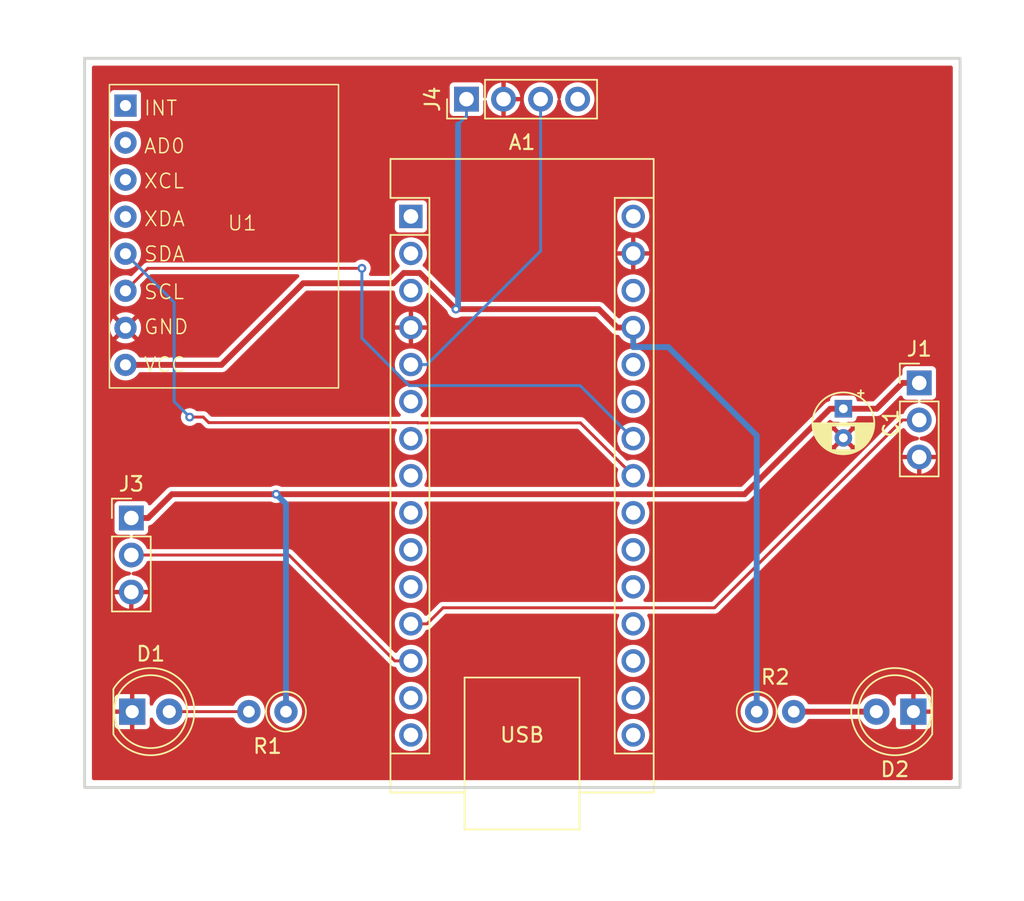
<source format=kicad_pcb>
(kicad_pcb (version 20240108) (generator "pcbnew") (generator_version "8.0")
  (layers (0 "F.Cu" signal) (31 "B.Cu" signal) (34 "B.Paste" user) (35 "F.Paste" user) (36 "B.SilkS" user "B.Silkscreen") (37 "F.SilkS" user "F.Silkscreen") (38 "B.Mask" user) (39 "F.Mask" user) (44 "Edge.Cuts" user))
  (net 0 "")
  (net 4 "/SERVO")
  (net 5 "GND")
  (net 7 "/SCL")
  (net 15 "VCC")
  (net 18 "/SDA")
  (net 20 "/ESC")
  (net 29 "+5V")
  (net 30 "Net-(D1-A)")
  (net 31 "Net-(D2-A)")
  (net 36 "/D0")
  (net 37 "/A0")
  (footprint "Resistor_THT:R_Axial_DIN0207_L6.3mm_D2.5mm_P2.54mm_Vertical" (layer "F.Cu") (at 152.8 114.8 180)
    (property "Reference" "R1" (at 1.27 -2.37 0) (layer "F.SilkS"))
    (property "Value" "220")
    (fp_line (start 1.37 0) (end 1.44 0) (stroke (width 0.12)) (layer "F.SilkS"))
    (fp_circle (center 0 0) (end 1.37 0) (stroke (width 0.12)) (fill none) (layer "F.SilkS"))
    (pad "1" thru_hole circle (at 0 0 180) (size 1.6 1.6) (drill 0.8) (layers "*.Cu" "*.Mask") (net 29 "+5V"))
    (pad "2" thru_hole oval (at 2.54 0 180) (size 1.6 1.6) (drill 0.8) (layers "*.Cu" "*.Mask") (net 30 "Net-(D1-A)"))
  )
  (footprint "Connector_PinHeader_2.54mm:PinHeader_1x04_P2.54mm_Vertical" (layer "F.Cu") (at 165.17 72.8 90)
    (property "Reference" "J4" (at 0 -2.33 90) (layer "F.SilkS"))
    (property "Value" "Conn_01x04_Pin")
    (fp_line (start -1.33 -1.33) (end 0 -1.33) (stroke (width 0.12)) (layer "F.SilkS"))
    (fp_line (start -1.33 0) (end -1.33 -1.33) (stroke (width 0.12)) (layer "F.SilkS"))
    (fp_line (start 1.33 1.27) (end 1.33 8.95) (stroke (width 0.12)) (layer "F.SilkS"))
    (fp_line (start -1.33 1.27) (end 1.33 1.27) (stroke (width 0.12)) (layer "F.SilkS"))
    (fp_line (start -1.33 1.27) (end -1.33 8.95) (stroke (width 0.12)) (layer "F.SilkS"))
    (fp_line (start -1.33 8.95) (end 1.33 8.95) (stroke (width 0.12)) (layer "F.SilkS"))
    (pad "1" thru_hole rect (at 0 0 90) (size 1.7 1.7) (drill 1) (layers "*.Cu" "*.Mask") (net 15 "VCC"))
    (pad "2" thru_hole oval (at 0 2.54 90) (size 1.7 1.7) (drill 1) (layers "*.Cu" "*.Mask") (net 5 "GND"))
    (pad "3" thru_hole oval (at 0 5.08 90) (size 1.7 1.7) (drill 1) (layers "*.Cu" "*.Mask") (net 36 "/D0"))
    (pad "4" thru_hole oval (at 0 7.62 90) (size 1.7 1.7) (drill 1) (layers "*.Cu" "*.Mask") (net 37 "/A0"))
  )
  (footprint "Connector_PinHeader_2.54mm:PinHeader_1x03_P2.54mm_Vertical" (layer "F.Cu") (at 142.2 101.52)
    (property "Reference" "J3" (at 0 -2.33 0) (layer "F.SilkS"))
    (property "Value" "Conn_01x03_Pin")
    (fp_line (start -1.33 -1.33) (end 0 -1.33) (stroke (width 0.12)) (layer "F.SilkS"))
    (fp_line (start -1.33 0) (end -1.33 -1.33) (stroke (width 0.12)) (layer "F.SilkS"))
    (fp_line (start -1.33 1.27) (end -1.33 6.41) (stroke (width 0.12)) (layer "F.SilkS"))
    (fp_line (start -1.33 1.27) (end 1.33 1.27) (stroke (width 0.12)) (layer "F.SilkS"))
    (fp_line (start -1.33 6.41) (end 1.33 6.41) (stroke (width 0.12)) (layer "F.SilkS"))
    (fp_line (start 1.33 1.27) (end 1.33 6.41) (stroke (width 0.12)) (layer "F.SilkS"))
    (pad "1" thru_hole rect (at 0 0) (size 1.7 1.7) (drill 1) (layers "*.Cu" "*.Mask") (net 29 "+5V"))
    (pad "2" thru_hole oval (at 0 2.54) (size 1.7 1.7) (drill 1) (layers "*.Cu" "*.Mask") (net 20 "/ESC"))
    (pad "3" thru_hole oval (at 0 5.08) (size 1.7 1.7) (drill 1) (layers "*.Cu" "*.Mask") (net 5 "GND"))
  )
  (footprint "Resistor_THT:R_Axial_DIN0207_L6.3mm_D2.5mm_P2.54mm_Vertical" (layer "F.Cu") (at 185.06 114.8)
    (property "Reference" "R2" (at 1.27 -2.37 0) (layer "F.SilkS"))
    (property "Value" "220")
    (fp_line (start 1.37 0) (end 1.44 0) (stroke (width 0.12)) (layer "F.SilkS"))
    (fp_circle (center 0 0) (end 1.37 0) (stroke (width 0.12)) (fill none) (layer "F.SilkS"))
    (pad "1" thru_hole circle (at 0 0) (size 1.6 1.6) (drill 0.8) (layers "*.Cu" "*.Mask") (net 15 "VCC"))
    (pad "2" thru_hole oval (at 2.54 0) (size 1.6 1.6) (drill 0.8) (layers "*.Cu" "*.Mask") (net 31 "Net-(D2-A)"))
  )
  (footprint "LED_THT:LED_D5.0mm" (layer "F.Cu") (at 195.8 114.8 180)
    (property "Reference" "D2" (at 1.27 -3.96 0) (layer "F.SilkS"))
    (property "Value" "LED")
    (fp_line (start -1.29 -1.545) (end -1.29 1.545) (stroke (width 0.12)) (layer "F.SilkS"))
    (fp_arc (start 4.26 -0.000462) (mid 2.072002 2.880433) (end -1.29 1.54483) (stroke (width 0.12)) (layer "F.SilkS"))
    (fp_arc (start -1.29 -1.54483) (mid 2.072002 -2.880433) (end 4.26 0.000462) (stroke (width 0.12)) (layer "F.SilkS"))
    (fp_circle (center 1.27 0) (end 3.77 0) (stroke (width 0.12)) (fill none) (layer "F.SilkS"))
    (pad "1" thru_hole rect (at 0 0 180) (size 1.8 1.8) (drill 0.9) (layers "*.Cu" "*.Mask") (net 5 "GND"))
    (pad "2" thru_hole circle (at 2.54 0 180) (size 1.8 1.8) (drill 0.9) (layers "*.Cu" "*.Mask") (net 31 "Net-(D2-A)"))
  )
  (footprint "LED_THT:LED_D5.0mm" (layer "F.Cu") (at 142.26 114.8)
    (property "Reference" "D1" (at 1.27 -3.96 0) (layer "F.SilkS"))
    (property "Value" "LED")
    (fp_line (start -1.29 -1.545) (end -1.29 1.545) (stroke (width 0.12)) (layer "F.SilkS"))
    (fp_arc (start -1.29 -1.54483) (mid 2.072002 -2.880433) (end 4.26 0.000462) (stroke (width 0.12)) (layer "F.SilkS"))
    (fp_arc (start 4.26 -0.000462) (mid 2.072002 2.880433) (end -1.29 1.54483) (stroke (width 0.12)) (layer "F.SilkS"))
    (fp_circle (center 1.27 0) (end 3.77 0) (stroke (width 0.12)) (fill none) (layer "F.SilkS"))
    (pad "1" thru_hole rect (at 0 0) (size 1.8 1.8) (drill 0.9) (layers "*.Cu" "*.Mask") (net 5 "GND"))
    (pad "2" thru_hole circle (at 2.54 0) (size 1.8 1.8) (drill 0.9) (layers "*.Cu" "*.Mask") (net 30 "Net-(D1-A)"))
  )
  (footprint "Capacitor_THT:CP_Radial_D4.0mm_P2.00mm" (layer "F.Cu") (at 191 94.0274 -90)
    (property "Reference" "C1" (at 1 -3.25 90) (layer "F.SilkS"))
    (property "Value" "470uF")
    (fp_line (start 1.2 0.84) (end 1.2 2.071) (stroke (width 0.12)) (layer "F.SilkS"))
    (fp_line (start 1.24 0.84) (end 1.24 2.067) (stroke (width 0.12)) (layer "F.SilkS"))
    (fp_line (start 1.28 0.84) (end 1.28 2.062) (stroke (width 0.12)) (layer "F.SilkS"))
    (fp_line (start 1.32 0.84) (end 1.32 2.056) (stroke (width 0.12)) (layer "F.SilkS"))
    (fp_line (start 1.36 0.84) (end 1.36 2.05) (stroke (width 0.12)) (layer "F.SilkS"))
    (fp_line (start 1.4 0.84) (end 1.4 2.042) (stroke (width 0.12)) (layer "F.SilkS"))
    (fp_line (start 1.44 0.84) (end 1.44 2.034) (stroke (width 0.12)) (layer "F.SilkS"))
    (fp_line (start 1.48 0.84) (end 1.48 2.025) (stroke (width 0.12)) (layer "F.SilkS"))
    (fp_line (start 1.52 0.84) (end 1.52 2.016) (stroke (width 0.12)) (layer "F.SilkS"))
    (fp_line (start 1.56 0.84) (end 1.56 2.005) (stroke (width 0.12)) (layer "F.SilkS"))
    (fp_line (start 1.6 0.84) (end 1.6 1.994) (stroke (width 0.12)) (layer "F.SilkS"))
    (fp_line (start 1.64 0.84) (end 1.64 1.982) (stroke (width 0.12)) (layer "F.SilkS"))
    (fp_line (start 1.68 0.84) (end 1.68 1.968) (stroke (width 0.12)) (layer "F.SilkS"))
    (fp_line (start 1.721 0.84) (end 1.721 1.954) (stroke (width 0.12)) (layer "F.SilkS"))
    (fp_line (start 1.761 0.84) (end 1.761 1.94) (stroke (width 0.12)) (layer "F.SilkS"))
    (fp_line (start 1.801 0.84) (end 1.801 1.924) (stroke (width 0.12)) (layer "F.SilkS"))
    (fp_line (start 1.841 0.84) (end 1.841 1.907) (stroke (width 0.12)) (layer "F.SilkS"))
    (fp_line (start 1.881 0.84) (end 1.881 1.889) (stroke (width 0.12)) (layer "F.SilkS"))
    (fp_line (start 1.921 0.84) (end 1.921 1.87) (stroke (width 0.12)) (layer "F.SilkS"))
    (fp_line (start 1.961 0.84) (end 1.961 1.851) (stroke (width 0.12)) (layer "F.SilkS"))
    (fp_line (start 2.001 0.84) (end 2.001 1.83) (stroke (width 0.12)) (layer "F.SilkS"))
    (fp_line (start 2.041 0.84) (end 2.041 1.808) (stroke (width 0.12)) (layer "F.SilkS"))
    (fp_line (start 2.081 0.84) (end 2.081 1.785) (stroke (width 0.12)) (layer "F.SilkS"))
    (fp_line (start 2.121 0.84) (end 2.121 1.76) (stroke (width 0.12)) (layer "F.SilkS"))
    (fp_line (start 2.161 0.84) (end 2.161 1.735) (stroke (width 0.12)) (layer "F.SilkS"))
    (fp_line (start 2.201 0.84) (end 2.201 1.708) (stroke (width 0.12)) (layer "F.SilkS"))
    (fp_line (start 2.241 0.84) (end 2.241 1.68) (stroke (width 0.12)) (layer "F.SilkS"))
    (fp_line (start 2.281 0.84) (end 2.281 1.65) (stroke (width 0.12)) (layer "F.SilkS"))
    (fp_line (start 2.321 0.84) (end 2.321 1.619) (stroke (width 0.12)) (layer "F.SilkS"))
    (fp_line (start 2.361 0.84) (end 2.361 1.587) (stroke (width 0.12)) (layer "F.SilkS"))
    (fp_line (start 2.401 0.84) (end 2.401 1.552) (stroke (width 0.12)) (layer "F.SilkS"))
    (fp_line (start 2.441 0.84) (end 2.441 1.516) (stroke (width 0.12)) (layer "F.SilkS"))
    (fp_line (start 2.481 0.84) (end 2.481 1.478) (stroke (width 0.12)) (layer "F.SilkS"))
    (fp_line (start 2.521 0.84) (end 2.521 1.438) (stroke (width 0.12)) (layer "F.SilkS"))
    (fp_line (start 2.561 0.84) (end 2.561 1.396) (stroke (width 0.12)) (layer "F.SilkS"))
    (fp_line (start 2.601 0.84) (end 2.601 1.351) (stroke (width 0.12)) (layer "F.SilkS"))
    (fp_line (start 2.641 0.84) (end 2.641 1.304) (stroke (width 0.12)) (layer "F.SilkS"))
    (fp_line (start 2.681 0.84) (end 2.681 1.254) (stroke (width 0.12)) (layer "F.SilkS"))
    (fp_line (start 2.721 0.84) (end 2.721 1.2) (stroke (width 0.12)) (layer "F.SilkS"))
    (fp_line (start 2.761 0.84) (end 2.761 1.142) (stroke (width 0.12)) (layer "F.SilkS"))
    (fp_line (start 2.801 0.84) (end 2.801 1.08) (stroke (width 0.12)) (layer "F.SilkS"))
    (fp_line (start 3.081 -0.37) (end 3.081 0.37) (stroke (width 0.12)) (layer "F.SilkS"))
    (fp_line (start 3.041 -0.537) (end 3.041 0.537) (stroke (width 0.12)) (layer "F.SilkS"))
    (fp_line (start 3.001 -0.664) (end 3.001 0.664) (stroke (width 0.12)) (layer "F.SilkS"))
    (fp_line (start 2.961 -0.768) (end 2.961 0.768) (stroke (width 0.12)) (layer "F.SilkS"))
    (fp_line (start 2.921 -0.859) (end 2.921 0.859) (stroke (width 0.12)) (layer "F.SilkS"))
    (fp_line (start 2.881 -0.94) (end 2.881 0.94) (stroke (width 0.12)) (layer "F.SilkS"))
    (fp_line (start 2.841 -1.013) (end 2.841 1.013) (stroke (width 0.12)) (layer "F.SilkS"))
    (fp_line (start 2.801 -1.08) (end 2.801 -0.84) (stroke (width 0.12)) (layer "F.SilkS"))
    (fp_line (start 2.761 -1.142) (end 2.761 -0.84) (stroke (width 0.12)) (layer "F.SilkS"))
    (fp_line (start -1.269801 -1.195) (end -0.869801 -1.195) (stroke (width 0.12)) (layer "F.SilkS"))
    (fp_line (start 2.721 -1.2) (end 2.721 -0.84) (stroke (width 0.12)) (layer "F.SilkS"))
    (fp_line (start 2.681 -1.254) (end 2.681 -0.84) (stroke (width 0.12)) (layer "F.SilkS"))
    (fp_line (start 2.641 -1.304) (end 2.641 -0.84) (stroke (width 0.12)) (layer "F.SilkS"))
    (fp_line (start 2.601 -1.351) (end 2.601 -0.84) (stroke (width 0.12)) (layer "F.SilkS"))
    (fp_line (start -1.069801 -1.395) (end -1.069801 -0.995) (stroke (width 0.12)) (layer "F.SilkS"))
    (fp_line (start 2.561 -1.396) (end 2.561 -0.84) (stroke (width 0.12)) (layer "F.SilkS"))
    (fp_line (start 2.521 -1.438) (end 2.521 -0.84) (stroke (width 0.12)) (layer "F.SilkS"))
    (fp_line (start 2.481 -1.478) (end 2.481 -0.84) (stroke (width 0.12)) (layer "F.SilkS"))
    (fp_line (start 2.441 -1.516) (end 2.441 -0.84) (stroke (width 0.12)) (layer "F.SilkS"))
    (fp_line (start 2.401 -1.552) (end 2.401 -0.84) (stroke (width 0.12)) (layer "F.SilkS"))
    (fp_line (start 2.361 -1.587) (end 2.361 -0.84) (stroke (width 0.12)) (layer "F.SilkS"))
    (fp_line (start 2.321 -1.619) (end 2.321 -0.84) (stroke (width 0.12)) (layer "F.SilkS"))
    (fp_line (start 2.281 -1.65) (end 2.281 -0.84) (stroke (width 0.12)) (layer "F.SilkS"))
    (fp_line (start 2.241 -1.68) (end 2.241 -0.84) (stroke (width 0.12)) (layer "F.SilkS"))
    (fp_line (start 2.201 -1.708) (end 2.201 -0.84) (stroke (width 0.12)) (layer "F.SilkS"))
    (fp_line (start 2.161 -1.735) (end 2.161 -0.84) (stroke (width 0.12)) (layer "F.SilkS"))
    (fp_line (start 2.121 -1.76) (end 2.121 -0.84) (stroke (width 0.12)) (layer "F.SilkS"))
    (fp_line (start 2.081 -1.785) (end 2.081 -0.84) (stroke (width 0.12)) (layer "F.SilkS"))
    (fp_line (start 2.041 -1.808) (end 2.041 -0.84) (stroke (width 0.12)) (layer "F.SilkS"))
    (fp_line (start 2.001 -1.83) (end 2.001 -0.84) (stroke (width 0.12)) (layer "F.SilkS"))
    (fp_line (start 1.961 -1.851) (end 1.961 -0.84) (stroke (width 0.12)) (layer "F.SilkS"))
    (fp_line (start 1.921 -1.87) (end 1.921 -0.84) (stroke (width 0.12)) (layer "F.SilkS"))
    (fp_line (start 1.881 -1.889) (end 1.881 -0.84) (stroke (width 0.12)) (layer "F.SilkS"))
    (fp_line (start 1.841 -1.907) (end 1.841 -0.84) (stroke (width 0.12)) (layer "F.SilkS"))
    (fp_line (start 1.801 -1.924) (end 1.801 -0.84) (stroke (width 0.12)) (layer "F.SilkS"))
    (fp_line (start 1.761 -1.94) (end 1.761 -0.84) (stroke (width 0.12)) (layer "F.SilkS"))
    (fp_line (start 1.721 -1.954) (end 1.721 -0.84) (stroke (width 0.12)) (layer "F.SilkS"))
    (fp_line (start 1.68 -1.968) (end 1.68 -0.84) (stroke (width 0.12)) (layer "F.SilkS"))
    (fp_line (start 1.64 -1.982) (end 1.64 -0.84) (stroke (width 0.12)) (layer "F.SilkS"))
    (fp_line (start 1.6 -1.994) (end 1.6 -0.84) (stroke (width 0.12)) (layer "F.SilkS"))
    (fp_line (start 1.56 -2.005) (end 1.56 -0.84) (stroke (width 0.12)) (layer "F.SilkS"))
    (fp_line (start 1.52 -2.016) (end 1.52 -0.84) (stroke (width 0.12)) (layer "F.SilkS"))
    (fp_line (start 1.48 -2.025) (end 1.48 -0.84) (stroke (width 0.12)) (layer "F.SilkS"))
    (fp_line (start 1.44 -2.034) (end 1.44 -0.84) (stroke (width 0.12)) (layer "F.SilkS"))
    (fp_line (start 1.4 -2.042) (end 1.4 -0.84) (stroke (width 0.12)) (layer "F.SilkS"))
    (fp_line (start 1.36 -2.05) (end 1.36 -0.84) (stroke (width 0.12)) (layer "F.SilkS"))
    (fp_line (start 1.32 -2.056) (end 1.32 -0.84) (stroke (width 0.12)) (layer "F.SilkS"))
    (fp_line (start 1.28 -2.062) (end 1.28 -0.84) (stroke (width 0.12)) (layer "F.SilkS"))
    (fp_line (start 1.24 -2.067) (end 1.24 -0.84) (stroke (width 0.12)) (layer "F.SilkS"))
    (fp_line (start 1.2 -2.071) (end 1.2 -0.84) (stroke (width 0.12)) (layer "F.SilkS"))
    (fp_line (start 1.16 -2.074) (end 1.16 2.074) (stroke (width 0.12)) (layer "F.SilkS"))
    (fp_line (start 1.12 -2.077) (end 1.12 2.077) (stroke (width 0.12)) (layer "F.SilkS"))
    (fp_line (start 1.08 -2.079) (end 1.08 2.079) (stroke (width 0.12)) (layer "F.SilkS"))
    (fp_line (start 1 -2.08) (end 1 2.08) (stroke (width 0.12)) (layer "F.SilkS"))
    (fp_line (start 1.04 -2.08) (end 1.04 2.08) (stroke (width 0.12)) (layer "F.SilkS"))
    (fp_circle (center 1 0) (end 3.12 0) (stroke (width 0.12)) (fill none) (layer "F.SilkS"))
    (pad "1" thru_hole rect (at 0 0 270) (size 1.2 1.2) (drill 0.6) (layers "*.Cu" "*.Mask") (net 29 "+5V"))
    (pad "2" thru_hole circle (at 2 0 270) (size 1.2 1.2) (drill 0.6) (layers "*.Cu" "*.Mask") (net 5 "GND"))
  )
  (footprint "Module:Arduino_Nano" (layer "F.Cu") (at 161.36 80.84)
    (property "Reference" "A1" (at 7.62 -5.08 0) (layer "F.SilkS"))
    (property "Value" "Arduino_Nano_v3.x" (hide yes))
    (fp_line (start -1.4 -3.94) (end -1.4 -1.27) (stroke (width 0.12)) (layer "F.SilkS"))
    (fp_line (start -1.4 1.27) (end -1.4 39.5) (stroke (width 0.12)) (layer "F.SilkS"))
    (fp_line (start -1.4 39.5) (end 3.68 39.5) (stroke (width 0.12)) (layer "F.SilkS"))
    (fp_line (start 1.27 -1.27) (end -1.4 -1.27) (stroke (width 0.12)) (layer "F.SilkS"))
    (fp_line (start 1.27 1.27) (end -1.4 1.27) (stroke (width 0.12)) (layer "F.SilkS"))
    (fp_line (start 1.27 1.27) (end 1.27 -1.27) (stroke (width 0.12)) (layer "F.SilkS"))
    (fp_line (start 1.27 1.27) (end 1.27 36.83) (stroke (width 0.12)) (layer "F.SilkS"))
    (fp_line (start 1.27 36.83) (end -1.4 36.83) (stroke (width 0.12)) (layer "F.SilkS"))
    (fp_line (start 3.68 31.62) (end 11.56 31.62) (stroke (width 0.12)) (layer "F.SilkS"))
    (fp_line (start 3.68 42.04) (end 3.68 31.62) (stroke (width 0.12)) (layer "F.SilkS"))
    (fp_line (start 11.56 31.62) (end 11.56 42.04) (stroke (width 0.12)) (layer "F.SilkS"))
    (fp_line (start 11.56 42.04) (end 3.68 42.04) (stroke (width 0.12)) (layer "F.SilkS"))
    (fp_line (start 13.97 -1.27) (end 13.97 36.83) (stroke (width 0.12)) (layer "F.SilkS"))
    (fp_line (start 13.97 -1.27) (end 16.64 -1.27) (stroke (width 0.12)) (layer "F.SilkS"))
    (fp_line (start 13.97 36.83) (end 16.64 36.83) (stroke (width 0.12)) (layer "F.SilkS"))
    (fp_line (start 16.64 -3.94) (end -1.4 -3.94) (stroke (width 0.12)) (layer "F.SilkS"))
    (fp_line (start 16.64 39.5) (end 11.56 39.5) (stroke (width 0.12)) (layer "F.SilkS"))
    (fp_line (start 16.64 39.5) (end 16.64 -3.94) (stroke (width 0.12)) (layer "F.SilkS"))
    (fp_text user "USB" (at 7.62 35.56 0) (layer "F.SilkS"))
    (pad "1" thru_hole rect (at 0 0) (size 1.6 1.6) (drill 1) (layers "*.Cu" "*.Mask"))
    (pad "2" thru_hole oval (at 0 2.54) (size 1.6 1.6) (drill 1) (layers "*.Cu" "*.Mask"))
    (pad "3" thru_hole oval (at 0 5.08) (size 1.6 1.6) (drill 1) (layers "*.Cu" "*.Mask"))
    (pad "4" thru_hole oval (at 0 7.62) (size 1.6 1.6) (drill 1) (layers "*.Cu" "*.Mask") (net 5 "GND"))
    (pad "5" thru_hole oval (at 0 10.16) (size 1.6 1.6) (drill 1) (layers "*.Cu" "*.Mask") (net 36 "/D0"))
    (pad "6" thru_hole oval (at 0 12.7) (size 1.6 1.6) (drill 1) (layers "*.Cu" "*.Mask"))
    (pad "7" thru_hole oval (at 0 15.24) (size 1.6 1.6) (drill 1) (layers "*.Cu" "*.Mask"))
    (pad "8" thru_hole oval (at 0 17.78) (size 1.6 1.6) (drill 1) (layers "*.Cu" "*.Mask"))
    (pad "9" thru_hole oval (at 0 20.32) (size 1.6 1.6) (drill 1) (layers "*.Cu" "*.Mask"))
    (pad "10" thru_hole oval (at 0 22.86) (size 1.6 1.6) (drill 1) (layers "*.Cu" "*.Mask"))
    (pad "11" thru_hole oval (at 0 25.4) (size 1.6 1.6) (drill 1) (layers "*.Cu" "*.Mask"))
    (pad "12" thru_hole oval (at 0 27.94) (size 1.6 1.6) (drill 1) (layers "*.Cu" "*.Mask") (net 4 "/SERVO"))
    (pad "13" thru_hole oval (at 0 30.48) (size 1.6 1.6) (drill 1) (layers "*.Cu" "*.Mask") (net 20 "/ESC"))
    (pad "14" thru_hole oval (at 0 33.02) (size 1.6 1.6) (drill 1) (layers "*.Cu" "*.Mask"))
    (pad "15" thru_hole oval (at 0 35.56) (size 1.6 1.6) (drill 1) (layers "*.Cu" "*.Mask"))
    (pad "16" thru_hole oval (at 15.24 35.56) (size 1.6 1.6) (drill 1) (layers "*.Cu" "*.Mask"))
    (pad "17" thru_hole oval (at 15.24 33.02) (size 1.6 1.6) (drill 1) (layers "*.Cu" "*.Mask"))
    (pad "18" thru_hole oval (at 15.24 30.48) (size 1.6 1.6) (drill 1) (layers "*.Cu" "*.Mask"))
    (pad "19" thru_hole oval (at 15.24 27.94) (size 1.6 1.6) (drill 1) (layers "*.Cu" "*.Mask"))
    (pad "20" thru_hole oval (at 15.24 25.4) (size 1.6 1.6) (drill 1) (layers "*.Cu" "*.Mask"))
    (pad "21" thru_hole oval (at 15.24 22.86) (size 1.6 1.6) (drill 1) (layers "*.Cu" "*.Mask"))
    (pad "22" thru_hole oval (at 15.24 20.32) (size 1.6 1.6) (drill 1) (layers "*.Cu" "*.Mask"))
    (pad "23" thru_hole oval (at 15.24 17.78) (size 1.6 1.6) (drill 1) (layers "*.Cu" "*.Mask") (net 18 "/SDA"))
    (pad "24" thru_hole oval (at 15.24 15.24) (size 1.6 1.6) (drill 1) (layers "*.Cu" "*.Mask") (net 7 "/SCL"))
    (pad "25" thru_hole oval (at 15.24 12.7) (size 1.6 1.6) (drill 1) (layers "*.Cu" "*.Mask"))
    (pad "26" thru_hole oval (at 15.24 10.16) (size 1.6 1.6) (drill 1) (layers "*.Cu" "*.Mask"))
    (pad "27" thru_hole oval (at 15.24 7.62) (size 1.6 1.6) (drill 1) (layers "*.Cu" "*.Mask") (net 15 "VCC"))
    (pad "28" thru_hole oval (at 15.24 5.08) (size 1.6 1.6) (drill 1) (layers "*.Cu" "*.Mask"))
    (pad "29" thru_hole oval (at 15.24 2.54) (size 1.6 1.6) (drill 1) (layers "*.Cu" "*.Mask") (net 5 "GND"))
    (pad "30" thru_hole oval (at 15.24 0) (size 1.6 1.6) (drill 1) (layers "*.Cu" "*.Mask"))
  )
  (footprint "Autonomous_PCB_lib:MPU6050" (layer "F.Cu") (at 148.8 81.8)
    (property "Reference" "U1" (at 1 -0.5 0) (layer "F.SilkS") (effects (font (thickness 0.1))))
    (property "Value" "~")
    (fp_rect (start -8.1 -10) (end 7.6 10.8) (stroke (width 0.1)) (fill none) (layer "F.SilkS"))
    (fp_text user "AD0" (at -5.8 -5.2 0) (layer "F.SilkS") (effects (font (thickness 0.1)) (justify left bottom)))
    (fp_text user "SDA" (at -5.8 2.2 0) (layer "F.SilkS") (effects (font (thickness 0.1)) (justify left bottom)))
    (fp_text user "INT" (at -5.8 -7.8 0) (layer "F.SilkS") (effects (font (thickness 0.1)) (justify left bottom)))
    (fp_text user "VCC" (at -5.8 9.8 0) (layer "F.SilkS") (effects (font (thickness 0.1)) (justify left bottom)))
    (fp_text user "XDA" (at -5.8 -0.2 0) (layer "F.SilkS") (effects (font (thickness 0.1)) (justify left bottom)))
    (fp_text user "GND" (at -5.8 7.2 0) (layer "F.SilkS") (effects (font (thickness 0.1)) (justify left bottom)))
    (fp_text user "XCL" (at -5.8 -2.8 0) (layer "F.SilkS") (effects (font (thickness 0.1)) (justify left bottom)))
    (fp_text user "SCL" (at -5.8 4.8 0) (layer "F.SilkS") (effects (font (thickness 0.1)) (justify left bottom)))
    (pad "1" thru_hole rect (at -7 -8.56) (size 1.524 1.524) (drill 0.762) (layers "*.Cu" "*.Mask"))
    (pad "2" thru_hole circle (at -7 -6.02) (size 1.524 1.524) (drill 0.762) (layers "*.Cu" "*.Mask"))
    (pad "3" thru_hole circle (at -7 -3.48) (size 1.524 1.524) (drill 0.762) (layers "*.Cu" "*.Mask"))
    (pad "4" thru_hole circle (at -7 -0.94) (size 1.524 1.524) (drill 0.762) (layers "*.Cu" "*.Mask"))
    (pad "5" thru_hole circle (at -7 1.6) (size 1.524 1.524) (drill 0.762) (layers "*.Cu" "*.Mask") (net 18 "/SDA"))
    (pad "6" thru_hole circle (at -7 4.14) (size 1.524 1.524) (drill 0.762) (layers "*.Cu" "*.Mask") (net 7 "/SCL"))
    (pad "7" thru_hole circle (at -7 6.68) (size 1.524 1.524) (drill 0.762) (layers "*.Cu" "*.Mask") (net 5 "GND"))
    (pad "8" thru_hole circle (at -7 9.22) (size 1.524 1.524) (drill 0.762) (layers "*.Cu" "*.Mask") (net 15 "VCC"))
  )
  (footprint "Connector_PinHeader_2.54mm:PinHeader_1x03_P2.54mm_Vertical" (layer "F.Cu") (at 196.2 92.26)
    (property "Reference" "J1" (at 0 -2.33 0) (layer "F.SilkS"))
    (property "Value" "Conn_01x03_Pin")
    (fp_line (start -1.33 -1.33) (end 0 -1.33) (stroke (width 0.12)) (layer "F.SilkS"))
    (fp_line (start -1.33 0) (end -1.33 -1.33) (stroke (width 0.12)) (layer "F.SilkS"))
    (fp_line (start -1.33 1.27) (end -1.33 6.41) (stroke (width 0.12)) (layer "F.SilkS"))
    (fp_line (start -1.33 1.27) (end 1.33 1.27) (stroke (width 0.12)) (layer "F.SilkS"))
    (fp_line (start -1.33 6.41) (end 1.33 6.41) (stroke (width 0.12)) (layer "F.SilkS"))
    (fp_line (start 1.33 1.27) (end 1.33 6.41) (stroke (width 0.12)) (layer "F.SilkS"))
    (pad "1" thru_hole rect (at 0 0) (size 1.7 1.7) (drill 1) (layers "*.Cu" "*.Mask") (net 29 "+5V"))
    (pad "2" thru_hole oval (at 0 2.54) (size 1.7 1.7) (drill 1) (layers "*.Cu" "*.Mask") (net 4 "/SERVO"))
    (pad "3" thru_hole oval (at 0 5.08) (size 1.7 1.7) (drill 1) (layers "*.Cu" "*.Mask") (net 5 "GND"))
  )
  (gr_rect (start 139 70) (end 199 120) (stroke (width 0.2)) (fill none) (layer "Edge.Cuts"))
  (segment (start 163.5634 107.6783) (end 182.17 107.6783) (width 0.2) (layer "F.Cu") (net 4))
  (segment (start 196.2 94.8) (end 195.0483 94.8) (width 0.2) (layer "F.Cu") (net 4))
  (segment (start 162.4617 108.78) (end 163.5634 107.6783) (width 0.2) (layer "F.Cu") (net 4))
  (segment (start 182.17 107.6783) (end 195.0483 94.8) (width 0.2) (layer "F.Cu") (net 4))
  (segment (start 161.36 108.78) (end 162.4617 108.78) (width 0.2) (layer "F.Cu") (net 4))
  (segment (start 141.8 85.94) (end 143.34 84.4) (width 0.2) (layer "F.Cu") (net 7))
  (segment (start 176.6 96.08) (end 176.08 96.6) (width 0.2) (layer "F.Cu") (net 7))
  (segment (start 143.34 84.4) (end 144.2 84.4) (width 0.2) (layer "F.Cu") (net 7))
  (segment (start 144.2 84.4) (end 158 84.4) (width 0.2) (layer "F.Cu") (net 7))
  (via (at 158 84.4) (size 0.6) (drill 0.3) (layers "F.Cu" "B.Cu") (net 7))
  (segment (start 158 84.4) (end 158 89.195635) (width 0.2) (layer "B.Cu") (net 7))
  (segment (start 172.96 92.44) (end 176.6 96.08) (width 0.2) (layer "B.Cu") (net 7))
  (segment (start 158 89.195635) (end 161.244365 92.44) (width 0.2) (layer "B.Cu") (net 7))
  (segment (start 161.244365 92.44) (end 172.96 92.44) (width 0.2) (layer "B.Cu") (net 7))
  (segment (start 161.9643 84.72) (end 160.862943 84.72) (width 0.4) (layer "F.Cu") (net 15))
  (segment (start 160.16 85.422943) (end 153.977057 85.422943) (width 0.4) (layer "F.Cu") (net 15))
  (segment (start 153.977057 85.422943) (end 148.38 91.02) (width 0.4) (layer "F.Cu") (net 15))
  (segment (start 164.4443 87.2) (end 174.2383 87.2) (width 0.4) (layer "F.Cu") (net 15))
  (segment (start 175.4983 88.46) (end 176.6 88.46) (width 0.4) (layer "F.Cu") (net 15))
  (segment (start 160.862943 84.72) (end 160.16 85.422943) (width 0.4) (layer "F.Cu") (net 15))
  (segment (start 174.2383 87.2) (end 175.4983 88.46) (width 0.4) (layer "F.Cu") (net 15))
  (segment (start 148.38 91.02) (end 141.8 91.02) (width 0.4) (layer "F.Cu") (net 15))
  (segment (start 164.4443 87.2) (end 161.9643 84.72) (width 0.4) (layer "F.Cu") (net 15))
  (via (at 164.4443 87.2) (size 0.6) (drill 0.3) (layers "F.Cu" "B.Cu") (net 15))
  (segment (start 164.593 87.0513) (end 164.4443 87.2) (width 0.4) (layer "B.Cu") (net 15))
  (segment (start 176.6 89.8) (end 176.6 88.46) (width 0.4) (layer "B.Cu") (net 15))
  (segment (start 165.17 72.8) (end 165.17 73.9517) (width 0.2) (layer "B.Cu") (net 15))
  (segment (start 179 89.8) (end 176.6 89.8) (width 0.4) (layer "B.Cu") (net 15))
  (segment (start 185.06 95.86) (end 179 89.8) (width 0.4) (layer "B.Cu") (net 15))
  (segment (start 165.17 73.9517) (end 164.593 74.5287) (width 0.2) (layer "B.Cu") (net 15))
  (segment (start 164.593 74.5287) (end 164.593 87.0513) (width 0.4) (layer "B.Cu") (net 15))
  (segment (start 185.06 114.8) (end 185.06 95.86) (width 0.4) (layer "B.Cu") (net 15))
  (segment (start 161.815635 94.98) (end 161.835635 95) (width 0.2) (layer "F.Cu") (net 18))
  (segment (start 172.98 95) (end 176.6 98.62) (width 0.2) (layer "F.Cu") (net 18))
  (segment (start 147.5045 94.98) (end 161.815635 94.98) (width 0.2) (layer "F.Cu") (net 18))
  (segment (start 147.1245 94.6) (end 147.5045 94.98) (width 0.2) (layer "F.Cu") (net 18))
  (segment (start 146.2 94.6) (end 147.1245 94.6) (width 0.2) (layer "F.Cu") (net 18))
  (segment (start 161.835635 95) (end 172.98 95) (width 0.2) (layer "F.Cu") (net 18))
  (via (at 146.2 94.6) (size 0.6) (drill 0.3) (layers "F.Cu" "B.Cu") (net 18))
  (segment (start 145.1345 86.7345) (end 141.8 83.4) (width 0.2) (layer "B.Cu") (net 18))
  (segment (start 146.2 94.6) (end 145.1345 93.5345) (width 0.2) (layer "B.Cu") (net 18))
  (segment (start 145.1345 93.5345) (end 145.1345 86.7345) (width 0.2) (layer "B.Cu") (net 18))
  (segment (start 160.2583 111.32) (end 152.9983 104.06) (width 0.2) (layer "F.Cu") (net 20))
  (segment (start 152.9983 104.06) (end 142.2 104.06) (width 0.2) (layer "F.Cu") (net 20))
  (segment (start 161.36 111.32) (end 160.2583 111.32) (width 0.2) (layer "F.Cu") (net 20))
  (segment (start 196.2 92.26) (end 195.0483 92.26) (width 0.4) (layer "F.Cu") (net 29))
  (segment (start 191.373 94.0274) (end 193.2809 94.0274) (width 0.4) (layer "F.Cu") (net 29))
  (segment (start 142.2 101.52) (end 143.3517 101.52) (width 0.4) (layer "F.Cu") (net 29))
  (segment (start 143.3517 101.52) (end 144.9817 99.89) (width 0.4) (layer "F.Cu") (net 29))
  (segment (start 144.9817 99.89) (end 152.1293 99.89) (width 0.4) (layer "F.Cu") (net 29))
  (segment (start 191 94.0274) (end 191.373 94.0274) (width 0.4) (layer "F.Cu") (net 29))
  (segment (start 152.1293 99.89) (end 184.2357 99.89) (width 0.4) (layer "F.Cu") (net 29))
  (segment (start 184.2357 99.89) (end 190.0983 94.0274) (width 0.4) (layer "F.Cu") (net 29))
  (segment (start 193.2809 94.0274) (end 195.0483 92.26) (width 0.4) (layer "F.Cu") (net 29))
  (segment (start 191 94.0274) (end 190.0983 94.0274) (width 0.4) (layer "F.Cu") (net 29))
  (via (at 152.1293 99.89) (size 0.6) (drill 0.3) (layers "F.Cu" "B.Cu") (net 29))
  (segment (start 152.8 100.5607) (end 152.1293 99.89) (width 0.4) (layer "B.Cu") (net 29))
  (segment (start 152.8 114.8) (end 152.8 100.5607) (width 0.4) (layer "B.Cu") (net 29))
  (segment (start 144.8 114.8) (end 150.26 114.8) (width 0.2) (layer "F.Cu") (net 30))
  (segment (start 193.26 114.8) (end 187.6 114.8) (width 0.4) (layer "F.Cu") (net 31))
  (segment (start 161.36 91) (end 162.4617 91) (width 0.2) (layer "B.Cu") (net 36))
  (segment (start 162.4617 91) (end 170.25 83.2117) (width 0.2) (layer "B.Cu") (net 36))
  (segment (start 170.25 83.2117) (end 170.25 72.8) (width 0.2) (layer "B.Cu") (net 36))
  (zone (net 5) (net_name "GND") (layer "F.Cu") (connect_pads (clearance 0.3)) (min_thickness 0.25) (fill yes (thermal_gap 0.3) (thermal_bridge_width 0.3))
    (polygon (pts (xy 134.8 66.2) (xy 203 66) (xy 203.4 127.8) (xy 133.2 127)))
  )
)
</source>
